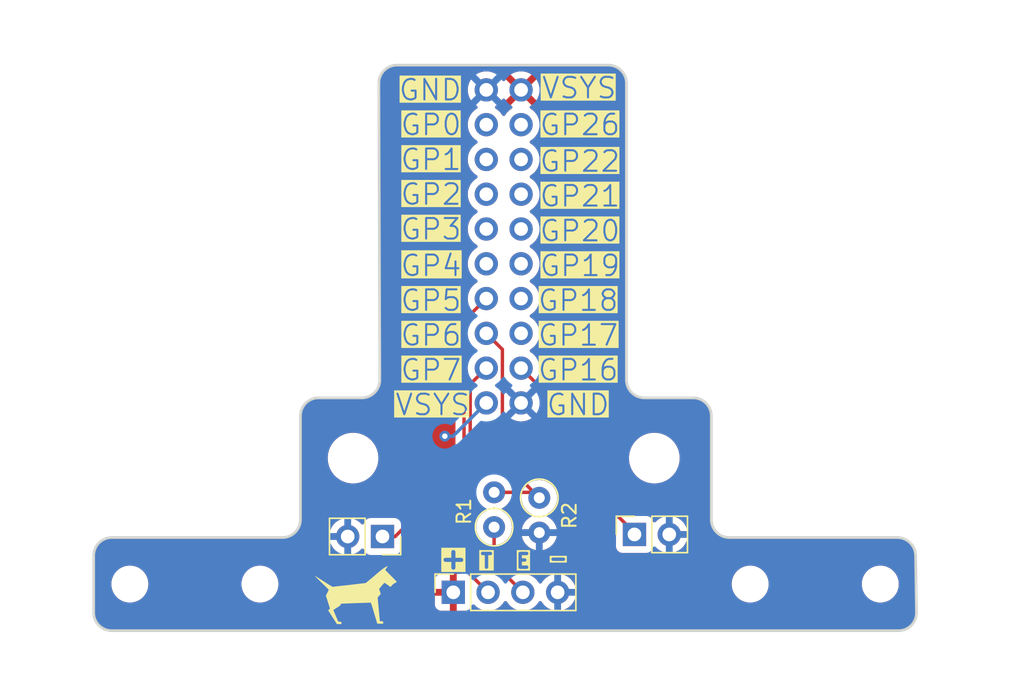
<source format=kicad_pcb>
(kicad_pcb (version 20240108) (generator "pcbnew") (generator_version "8.0")
  (layers (0 "F.Cu" signal) (31 "B.Cu" signal) (34 "B.Paste" user) (35 "F.Paste" user) (36 "B.SilkS" user "B.Silkscreen") (37 "F.SilkS" user "F.Silkscreen") (38 "B.Mask" user) (39 "F.Mask" user) (44 "Edge.Cuts" user))
  (net 0 "")
  (net 1 "/gp7")
  (net 2 "Net-(J1-Pin_3)")
  (net 3 "/gp21")
  (net 4 "/gp1")
  (net 5 "/gp4")
  (net 6 "/gp6")
  (net 7 "/gp16")
  (net 8 "/gp5")
  (net 9 "/gp22")
  (net 10 "/gp19")
  (net 11 "/gp3")
  (net 12 "/gp17")
  (net 13 "/gp20")
  (net 14 "/gp0")
  (net 15 "/gp2")
  (net 16 "/gp18")
  (net 17 "GND")
  (net 18 "VSS")
  (net 19 "/gp26")
  (footprint "CDOG:stoRPer_breakout" (layer "F.Cu") (at 210.962 124.0375)
    (property "Reference" "J12" (hide yes))
    (property "Value" "Conn_02x10_Counter_Clockwise")
    (fp_text user "GP0" (at -7.62 -5.461 0) (layer "F.SilkS" knockout) (effects (font (size 1.5 1.5)) (justify left bottom)))
    (fp_text user "GP1" (at -7.62 -2.921 0) (layer "F.SilkS" knockout) (effects (font (size 1.5 1.5)) (justify left bottom)))
    (fp_text user "GP3" (at -7.62 2.159 0) (layer "F.SilkS" knockout) (effects (font (size 1.5 1.5)) (justify left bottom)))
    (fp_text user "GP18" (at 2.413 7.366 0) (layer "F.SilkS" knockout) (effects (font (size 1.5 1.5)) (justify left bottom)))
    (fp_text user "GP20" (at 2.54 2.286 0) (layer "F.SilkS" knockout) (effects (font (size 1.5 1.5)) (justify left bottom)))
    (fp_text user "VSYS" (at 2.7 -8.15 0) (layer "F.SilkS" knockout) (effects (font (size 1.5 1.5)) (justify left bottom)))
    (fp_text user "GP4" (at -7.62 4.826 0) (layer "F.SilkS" knockout) (effects (font (size 1.5 1.5)) (justify left bottom)))
    (fp_text user "GP26" (at 2.54 -5.461 0) (layer "F.SilkS" knockout) (effects (font (size 1.5 1.5)) (justify left bottom)))
    (fp_text user "GP19" (at 2.54 4.826 0) (layer "F.SilkS" knockout) (effects (font (size 1.5 1.5)) (justify left bottom)))
    (fp_text user "GP5" (at -7.62 7.366 0) (layer "F.SilkS" knockout) (effects (font (size 1.5 1.5)) (justify left bottom)))
    (fp_text user "GP16" (at 2.413 12.446 0) (layer "F.SilkS" knockout) (effects (font (size 1.5 1.5)) (justify left bottom)))
    (fp_text user "GP21" (at 2.54 -0.254 0) (layer "F.SilkS" knockout) (effects (font (size 1.5 1.5)) (justify left bottom)))
    (fp_text user "GND" (at -7.747 -8.001 0) (layer "F.SilkS" knockout) (effects (font (size 1.5 1.5)) (justify left bottom)))
    (fp_text user "GND" (at 3.048 14.986 0) (layer "F.SilkS" knockout) (effects (font (size 1.5 1.5)) (justify left bottom)))
    (fp_text user "VSYS" (at -8 14.986 0) (layer "F.SilkS" knockout) (effects (font (size 1.5 1.5)) (justify left bottom)))
    (fp_text user "GP17" (at 2.413 9.906 0) (layer "F.SilkS" knockout) (effects (font (size 1.5 1.5)) (justify left bottom)))
    (fp_text user "GP7" (at -7.62 12.446 0) (layer "F.SilkS" knockout) (effects (font (size 1.5 1.5)) (justify left bottom)))
    (fp_text user "GP2" (at -7.62 -0.381 0) (layer "F.SilkS" knockout) (effects (font (size 1.5 1.5)) (justify left bottom)))
    (fp_text user "GP6" (at -7.62 9.906 0) (layer "F.SilkS" knockout) (effects (font (size 1.5 1.5)) (justify left bottom)))
    (fp_text user "GP22" (at 2.54 -2.794 0) (layer "F.SilkS" knockout) (effects (font (size 1.5 1.5)) (justify left bottom)))
    (pad "1" thru_hole circle (at -1.27 -8.89) (size 1.7 1.7) (drill 1) (layers "*.Cu" "*.Mask") (net 17 "GND"))
    (pad "2" thru_hole circle (at -1.27 -6.35) (size 1.7 1.7) (drill 1) (layers "*.Cu" "*.Mask") (net 14 "/gp0"))
    (pad "3" thru_hole circle (at -1.27 -3.81) (size 1.7 1.7) (drill 1) (layers "*.Cu" "*.Mask") (net 4 "/gp1"))
    (pad "4" thru_hole circle (at -1.27 -1.27) (size 1.7 1.7) (drill 1) (layers "*.Cu" "*.Mask") (net 15 "/gp2"))
    (pad "5" thru_hole circle (at -1.27 1.27) (size 1.7 1.7) (drill 1) (layers "*.Cu" "*.Mask") (net 11 "/gp3"))
    (pad "6" thru_hole circle (at -1.27 3.81) (size 1.7 1.7) (drill 1) (layers "*.Cu" "*.Mask") (net 5 "/gp4"))
    (pad "7" thru_hole circle (at -1.27 6.35) (size 1.7 1.7) (drill 1) (layers "*.Cu" "*.Mask") (net 8 "/gp5"))
    (pad "8" thru_hole circle (at -1.27 8.89) (size 1.7 1.7) (drill 1) (layers "*.Cu" "*.Mask") (net 6 "/gp6"))
    (pad "9" thru_hole circle (at -1.27 11.43) (size 1.7 1.7) (drill 1) (layers "*.Cu" "*.Mask") (net 1 "/gp7"))
    (pad "10" thru_hole circle (at -1.27 13.97) (size 1.7 1.7) (drill 1) (layers "*.Cu" "*.Mask") (net 18 "VSS"))
    (pad "11" thru_hole circle (at 1.27 13.97) (size 1.7 1.7) (drill 1) (layers "*.Cu" "*.Mask") (net 17 "GND"))
    (pad "12" thru_hole circle (at 1.27 11.43) (size 1.7 1.7) (drill 1) (layers "*.Cu" "*.Mask") (net 7 "/gp16"))
    (pad "13" thru_hole circle (at 1.27 8.89) (size 1.7 1.7) (drill 1) (layers "*.Cu" "*.Mask") (net 12 "/gp17"))
    (pad "14" thru_hole circle (at 1.27 6.35) (size 1.7 1.7) (drill 1) (layers "*.Cu" "*.Mask") (net 16 "/gp18"))
    (pad "15" thru_hole circle (at 1.27 3.81) (size 1.7 1.7) (drill 1) (layers "*.Cu" "*.Mask") (net 10 "/gp19"))
    (pad "16" thru_hole circle (at 1.27 1.27) (size 1.7 1.7) (drill 1) (layers "*.Cu" "*.Mask") (net 13 "/gp20"))
    (pad "17" thru_hole circle (at 1.27 -1.27) (size 1.7 1.7) (drill 1) (layers "*.Cu" "*.Mask") (net 3 "/gp21"))
    (pad "18" thru_hole circle (at 1.27 -3.81) (size 1.7 1.7) (drill 1) (layers "*.Cu" "*.Mask") (net 9 "/gp22"))
    (pad "19" thru_hole circle (at 1.27 -6.35) (size 1.7 1.7) (drill 1) (layers "*.Cu" "*.Mask") (net 19 "/gp26"))
    (pad "20" thru_hole circle (at 1.27 -8.89) (size 1.7 1.7) (drill 1) (layers "*.Cu" "*.Mask") (net 18 "VSS"))
  )
  (footprint "Connector_PinSocket_2.54mm:PinSocket_1x02_P2.54mm_Vertical" (layer "F.Cu") (at 220.512 147.6125 90)
    (property "Reference" "J3" (hide yes))
    (property "Value" "Conn_01x02_Pin")
    (fp_line (start 1.33 -1.33) (end 1.33 0) (stroke (width 0.12)) (layer "F.SilkS"))
    (fp_line (start 0 -1.33) (end 1.33 -1.33) (stroke (width 0.12)) (layer "F.SilkS"))
    (fp_line (start 1.33 1.27) (end 1.33 3.87) (stroke (width 0.12)) (layer "F.SilkS"))
    (fp_line (start -1.33 1.27) (end 1.33 1.27) (stroke (width 0.12)) (layer "F.SilkS"))
    (fp_line (start -1.33 1.27) (end -1.33 3.87) (stroke (width 0.12)) (layer "F.SilkS"))
    (fp_line (start -1.33 3.87) (end 1.33 3.87) (stroke (width 0.12)) (layer "F.SilkS"))
    (pad "1" thru_hole rect (at 0 0 90) (size 1.7 1.7) (drill 1) (layers "*.Cu" "*.Mask") (net 7 "/gp16"))
    (pad "2" thru_hole oval (at 0 2.54 90) (size 1.7 1.7) (drill 1) (layers "*.Cu" "*.Mask") (net 17 "GND"))
  )
  (footprint "Resistor_THT:R_Axial_DIN0207_L6.3mm_D2.5mm_P2.54mm_Vertical" (layer "F.Cu") (at 213.562 144.9375 -90)
    (property "Reference" "R2" (at 1.3 -2.2 90) (layer "F.SilkS"))
    (property "Value" "R")
    (fp_line (start 1.37 0) (end 1.44 0) (stroke (width 0.12)) (layer "F.SilkS"))
    (fp_circle (center 0 0) (end 1.37 0) (stroke (width 0.12)) (fill none) (layer "F.SilkS"))
    (pad "1" thru_hole circle (at 0 0 270) (size 1.6 1.6) (drill 0.8) (layers "*.Cu" "*.Mask") (net 6 "/gp6"))
    (pad "2" thru_hole oval (at 2.54 0 270) (size 1.6 1.6) (drill 0.8) (layers "*.Cu" "*.Mask") (net 17 "GND"))
  )
  (footprint "Resistor_THT:R_Axial_DIN0207_L6.3mm_D2.5mm_P2.54mm_Vertical" (layer "F.Cu") (at 210.262 147.0775 90)
    (property "Reference" "R1" (at 1.14 -2.2 -90) (layer "F.SilkS"))
    (property "Value" "R")
    (fp_line (start 1.37 0) (end 1.44 0) (stroke (width 0.12)) (layer "F.SilkS"))
    (fp_circle (center 0 0) (end 1.37 0) (stroke (width 0.12)) (fill none) (layer "F.SilkS"))
    (pad "1" thru_hole circle (at 0 0 90) (size 1.6 1.6) (drill 0.8) (layers "*.Cu" "*.Mask") (net 2 "Net-(J1-Pin_3)"))
    (pad "2" thru_hole oval (at 2.54 0 90) (size 1.6 1.6) (drill 0.8) (layers "*.Cu" "*.Mask") (net 6 "/gp6"))
  )
  (footprint "MountingHole:MountingHole_2.2mm_M2" (layer "F.Cu") (at 193.162 151.2375)
    (property "Reference" "REF**" (hide yes))
    (property "Value" "MountingHole_2.2mm_M2")
    (pad "" np_thru_hole circle (at 0 0) (size 2.2 2.2) (drill 2.2) (layers "*.Cu" "*.Mask"))
  )
  (footprint "Connector_PinSocket_2.54mm:PinSocket_1x04_P2.54mm_Vertical" (layer "F.Cu") (at 207.282 151.8375 90)
    (property "Reference" "J1" (hide yes))
    (property "Value" "HRS04")
    (fp_line (start 1.33 -1.33) (end 1.33 0) (stroke (width 0.12)) (layer "F.SilkS"))
    (fp_line (start 0 -1.33) (end 1.33 -1.33) (stroke (width 0.12)) (layer "F.SilkS"))
    (fp_line (start 1.33 1.27) (end 1.33 8.95) (stroke (width 0.12)) (layer "F.SilkS"))
    (fp_line (start -1.33 1.27) (end 1.33 1.27) (stroke (width 0.12)) (layer "F.SilkS"))
    (fp_line (start -1.33 1.27) (end -1.33 8.95) (stroke (width 0.12)) (layer "F.SilkS"))
    (fp_line (start -1.33 8.95) (end 1.33 8.95) (stroke (width 0.12)) (layer "F.SilkS"))
    (pad "1" thru_hole rect (at 0 0 90) (size 1.7 1.7) (drill 1) (layers "*.Cu" "*.Mask") (net 18 "VSS"))
    (pad "2" thru_hole oval (at 0 2.54 90) (size 1.7 1.7) (drill 1) (layers "*.Cu" "*.Mask") (net 1 "/gp7"))
    (pad "3" thru_hole oval (at 0 5.08 90) (size 1.7 1.7) (drill 1) (layers "*.Cu" "*.Mask") (net 2 "Net-(J1-Pin_3)"))
    (pad "4" thru_hole oval (at 0 7.62 90) (size 1.7 1.7) (drill 1) (layers "*.Cu" "*.Mask") (net 17 "GND"))
  )
  (footprint "MountingHole:MountingHole_2.2mm_M2" (layer "F.Cu") (at 228.962 151.2375)
    (property "Reference" "REF**" (hide yes))
    (property "Value" "MountingHole_2.2mm_M2")
    (pad "" np_thru_hole circle (at 0 0) (size 2.2 2.2) (drill 2.2) (layers "F&B.Cu" "*.Mask"))
  )
  (footprint "MountingHole:MountingHole_3.2mm_M3" (layer "F.Cu") (at 221.962 142.0375)
    (property "Reference" "REF**" (hide yes))
    (property "Value" "MountingHole_3.2mm_M3")
    (pad "" np_thru_hole circle (at 0 0) (size 3.2 3.2) (drill 3.2) (layers "*.Cu" "*.Mask"))
  )
  (footprint "Connector_PinSocket_2.54mm:PinSocket_1x02_P2.54mm_Vertical" (layer "F.Cu") (at 202.112 147.7625 -90)
    (property "Reference" "J2" (hide yes))
    (property "Value" "Conn_01x02_Pin")
    (fp_line (start -1.33 3.87) (end 1.33 3.87) (stroke (width 0.12)) (layer "F.SilkS"))
    (fp_line (start -1.33 1.27) (end -1.33 3.87) (stroke (width 0.12)) (layer "F.SilkS"))
    (fp_line (start -1.33 1.27) (end 1.33 1.27) (stroke (width 0.12)) (layer "F.SilkS"))
    (fp_line (start 1.33 1.27) (end 1.33 3.87) (stroke (width 0.12)) (layer "F.SilkS"))
    (fp_line (start 0 -1.33) (end 1.33 -1.33) (stroke (width 0.12)) (layer "F.SilkS"))
    (fp_line (start 1.33 -1.33) (end 1.33 0) (stroke (width 0.12)) (layer "F.SilkS"))
    (pad "1" thru_hole rect (at 0 0 270) (size 1.7 1.7) (drill 1) (layers "*.Cu" "*.Mask") (net 8 "/gp5"))
    (pad "2" thru_hole oval (at 0 2.54 270) (size 1.7 1.7) (drill 1) (layers "*.Cu" "*.Mask") (net 17 "GND"))
  )
  (footprint "MountingHole:MountingHole_2.2mm_M2" (layer "F.Cu") (at 238.462 151.2375)
    (property "Reference" "REF**" (hide yes))
    (property "Value" "MountingHole_2.2mm_M2")
    (pad "" np_thru_hole circle (at 0 0) (size 2.2 2.2) (drill 2.2) (layers "F&B.Cu" "*.Mask"))
  )
  (footprint "MountingHole:MountingHole_2.2mm_M2" (layer "F.Cu") (at 183.662 151.2375)
    (property "Reference" "REF**" (hide yes))
    (property "Value" "MountingHole_2.2mm_M2")
    (pad "" np_thru_hole circle (at 0 0) (size 2.2 2.2) (drill 2.2) (layers "*.Cu" "*.Mask"))
  )
  (footprint "MountingHole:MountingHole_3.2mm_M3" (layer "F.Cu") (at 199.962 142.0375)
    (property "Reference" "REF**" (hide yes))
    (property "Value" "MountingHole_3.2mm_M3")
    (pad "" np_thru_hole circle (at 0 0) (size 3.2 3.2) (drill 3.2) (layers "*.Cu" "*.Mask"))
  )
  (gr_poly (pts (xy 202.490089 149.91616) (xy 202.490472 149.91707) (xy 202.4906 149.918317) (xy 202.490479 149.919892) (xy 202.490112 149.921786) (xy 202.489507 149.92399) (xy 202.487598 149.929293) (xy 202.484795 149.935733) (xy 202.481139 149.943239) (xy 202.476672 149.951741) (xy 202.471435 149.96117) (xy 202.465471 149.971454) (xy 202.458821 149.982524) (xy 202.451526 149.994311) (xy 202.44363 150.006743) (xy 202.435172 150.019752) (xy 202.426196 150.033267) (xy 202.416743 150.047218) (xy 202.406855 150.061535) (xy 202.308951 150.201914) (xy 202.735911 150.63328) (xy 202.901605 150.801679) (xy 203.037149 150.941367) (xy 203.128562 151.03779) (xy 203.153351 151.065231) (xy 203.161864 151.0764) (xy 203.161686 151.077113) (xy 203.161158 151.077998) (xy 203.16029 151.079051) (xy 203.15909 151.080266) (xy 203.15573 151.08316) (xy 203.15115 151.08664) (xy 203.145422 151.090664) (xy 203.138617 151.09519) (xy 203.130806 151.100177) (xy 203.122062 151.105583) (xy 203.102059 151.117484) (xy 203.079178 151.130561) (xy 203.053994 151.14448) (xy 203.027078 151.158908) (xy 203.008551 151.168864) (xy 202.991026 151.178638) (xy 202.97441 151.188302) (xy 202.958611 151.197929) (xy 202.943533 151.207593) (xy 202.929084 151.217366) (xy 202.915171 151.227322) (xy 202.901699 151.237533) (xy 202.888576 151.248072) (xy 202.875708 151.259013) (xy 202.863 151.270428) (xy 202.850361 151.28239) (xy 202.837696 151.294973) (xy 202.824913 151.30825) (xy 202.811916 151.322292) (xy 202.798614 151.337175) (xy 202.779414 151.358776) (xy 202.761155 151.378919) (xy 202.744262 151.397162) (xy 202.729158 151.413066) (xy 202.716267 151.426189) (xy 202.706015 151.436089) (xy 202.698824 151.442326) (xy 202.69651 151.443933) (xy 202.69512 151.444459) (xy 202.693141 151.44367) (xy 202.689087 151.441354) (xy 202.675201 151.432458) (xy 202.654357 151.418397) (xy 202.627452 151.399798) (xy 202.59538 151.377289) (xy 202.559037 151.351496) (xy 202.477121 151.292568) (xy 202.434762 151.262215) (xy 202.394579 151.234091) (xy 202.357498 151.208797) (xy 202.324446 151.186936) (xy 202.296351 151.169112) (xy 202.27414 151.155927) (xy 202.258741 151.147983) (xy 202.253885 151.146165) (xy 202.25108 151.145884) (xy 202.248415 151.147761) (xy 202.243946 151.151761) (xy 202.237775 151.157777) (xy 202.230006 151.165698) (xy 202.210087 151.186826) (xy 202.185017 151.214275) (xy 202.155625 151.247177) (xy 202.122738 151.284662) (xy 202.087185 151.325861) (xy 202.049794 151.369906) (xy 201.865379 151.588965) (xy 201.925335 151.770303) (xy 201.985278 151.951653) (xy 201.871495 152.08535) (xy 201.757694 152.219112) (xy 201.832494 153.028945) (xy 201.887512 153.616275) (xy 201.914766 153.89117) (xy 201.922262 153.943634) (xy 202.026434 153.947868) (xy 202.04851 153.948834) (xy 202.068265 153.950211) (xy 202.085807 153.952096) (xy 202.101241 153.954586) (xy 202.108201 153.956089) (xy 202.114675 153.957779) (xy 202.120675 153.959669) (xy 202.126215 153.96177) (xy 202.131308 153.964096) (xy 202.135968 153.966659) (xy 202.140208 153.969469) (xy 202.144041 153.972541) (xy 202.14748 153.975885) (xy 202.150539 153.979514) (xy 202.153232 153.98344) (xy 202.155571 153.987675) (xy 202.157569 153.992231) (xy 202.159241 153.997121) (xy 202.1606 154.002357) (xy 202.161658 154.00795) (xy 202.16243 154.013914) (xy 202.162928 154.020259) (xy 202.163157 154.034145) (xy 202.162452 154.049704) (xy 202.16092 154.067035) (xy 202.153554 154.136262) (xy 201.940607 154.129963) (xy 201.727653 154.123664) (xy 201.502776 153.363473) (xy 201.414012 153.067794) (xy 201.338566 152.824669) (xy 201.284419 152.659259) (xy 201.267826 152.61356) (xy 201.259551 152.596726) (xy 200.94506 152.603294) (xy 200.258728 152.625198) (xy 199.54518 152.650731) (xy 199.149043 152.668186) (xy 199.1211 152.670536) (xy 199.109725 152.671732) (xy 199.099907 152.673064) (xy 199.091519 152.67462) (xy 199.084429 152.676492) (xy 199.081331 152.677574) (xy 199.078509 152.678769) (xy 199.075947 152.680087) (xy 199.073629 152.681541) (xy 199.071539 152.683141) (xy 199.069661 152.684899) (xy 199.067978 152.686825) (xy 199.066473 152.688932) (xy 199.065132 152.691231) (xy 199.063938 152.693732) (xy 199.062875 152.696447) (xy 199.061926 152.699387) (xy 199.060306 152.705989) (xy 199.05895 152.713627) (xy 199.056512 152.732374) (xy 199.055159 152.742141) (xy 199.054315 152.746734) (xy 199.053305 152.75118) (xy 199.052088 152.755513) (xy 199.050622 152.759767) (xy 199.048869 152.763977) (xy 199.046785 152.768177) (xy 199.044332 152.772402) (xy 199.041467 152.776685) (xy 199.03815 152.781062) (xy 199.03434 152.785568) (xy 199.029996 152.790235) (xy 199.025078 152.795099) (xy 199.019545 152.800195) (xy 199.013355 152.805555) (xy 199.006468 152.811217) (xy 198.998843 152.817212) (xy 198.99044 152.823576) (xy 198.981217 152.830344) (xy 198.971133 152.83755) (xy 198.960148 152.845227) (xy 198.935311 152.862137) (xy 198.906379 152.881348) (xy 198.873026 152.903137) (xy 198.791745 152.955549) (xy 198.607552 153.074392) (xy 198.54995 153.111977) (xy 198.526931 153.12748) (xy 198.527155 153.130435) (xy 198.529222 153.137566) (xy 198.538528 153.163499) (xy 198.554128 153.20355) (xy 198.575304 153.255994) (xy 198.631506 153.391149) (xy 198.701381 153.555148) (xy 198.882696 153.976471) (xy 198.964291 153.982772) (xy 199.014936 153.987105) (xy 199.035554 153.989295) (xy 199.053298 153.991678) (xy 199.068366 153.994388) (xy 199.080955 153.997557) (xy 199.086381 153.999356) (xy 199.091262 154.00132) (xy 199.095621 154.003466) (xy 199.099483 154.005809) (xy 199.102874 154.008368) (xy 199.105817 154.011159) (xy 199.108338 154.014197) (xy 199.11046 154.017501) (xy 199.11221 154.021086) (xy 199.11361 154.02497) (xy 199.114686 154.029169) (xy 199.115463 154.033699) (xy 199.116217 154.043821) (xy 199.116068 154.055469) (xy 199.115215 154.068778) (xy 199.113854 154.083879) (xy 199.106526 154.159406) (xy 198.946456 154.159406) (xy 198.786386 154.159218) (xy 198.464 153.655728) (xy 198.464113 153.655049) (xy 198.141728 153.151561) (xy 198.209057 153.088549) (xy 198.276391 153.025494) (xy 198.126879 152.551799) (xy 197.977368 152.078052) (xy 198.08213 151.869988) (xy 198.122838 151.788229) (xy 198.156231 151.719406) (xy 198.178861 151.670753) (xy 198.185061 151.656251) (xy 198.187277 151.649504) (xy 198.184617 151.645662) (xy 198.176726 151.636811) (xy 198.146317 151.605141) (xy 198.098186 151.556612) (xy 198.034472 151.493339) (xy 197.868838 151.331025) (xy 197.666513 151.135127) (xy 197.465486 150.939824) (xy 197.303381 150.779153) (xy 197.196748 150.669747) (xy 197.169405 150.639465) (xy 197.163132 150.631339) (xy 197.162136 150.628236) (xy 197.163813 150.628385) (xy 197.167091 150.629595) (xy 197.178281 150.635091) (xy 197.21805 150.657645) (xy 197.278806 150.694208) (xy 197.357912 150.743088) (xy 197.56062 150.871037) (xy 197.805076 151.027966) (xy 198.050997 151.185189) (xy 198.257691 151.314086) (xy 198.403454 151.401347) (xy 198.446703 151.425205) (xy 198.459732 151.431463) (xy 198.46658 151.433662) (xy 199.659963 151.3011) (xy 200.878307 151.15911) (xy 200.884774 151.155723) (xy 200.897082 151.147289) (xy 200.937941 151.116322) (xy 200.998319 151.068291) (xy 201.075654 151.00528) (xy 201.167384 150.929371) (xy 201.270944 150.842647) (xy 201.383772 150.74719) (xy 201.503305 150.645084) (xy 201.805925 150.387454) (xy 201.92058 150.292025) (xy 202.016042 150.214685) (xy 202.096243 150.152307) (xy 202.165115 150.101765) (xy 202.226591 150.059933) (xy 202.284602 150.023686) (xy 202.322999 150.000983) (xy 202.359423 149.98002) (xy 202.393034 149.961239) (xy 202.422989 149.945084) (xy 202.448449 149.931998) (xy 202.468573 149.922426) (xy 202.482519 149.91681) (xy 202.486912 149.915625) (xy 202.489446 149.915595)) (stroke (width -0.000001)) (fill solid) (layer "F.SilkS"))
  (gr_poly (pts (xy 218.664412 113.341265) (xy 218.729566 113.346112) (xy 218.794167 113.354137) (xy 218.858106 113.365293) (xy 218.921274 113.379537) (xy 218.983563 113.396822) (xy 219.044865 113.417105) (xy 219.105071 113.44034) (xy 219.164072 113.466482) (xy 219.221761 113.495487) (xy 219.278029 113.527309) (xy 219.332767 113.561904) (xy 219.385867 113.599227) (xy 219.437221 113.639232) (xy 219.48672 113.681876) (xy 219.534256 113.727112) (xy 219.579492 113.774648) (xy 219.622136 113.824147) (xy 219.662142 113.8755) (xy 219.699464 113.928601) (xy 219.734059 113.983339) (xy 219.765882 114.039607) (xy 219.794886 114.097295) (xy 219.821029 114.156297) (xy 219.844263 114.216503) (xy 219.864546 114.277805) (xy 219.881831 114.340094) (xy 219.896074 114.403262) (xy 219.90723 114.467201) (xy 219.915254 114.531801) (xy 219.920101 114.596956) (xy 219.921726 114.662556) (xy 219.921722 136.316719) (xy 219.923348 136.382319) (xy 219.928196 136.447473) (xy 219.93622 136.512074) (xy 219.947377 136.576013) (xy 219.96162 136.639181) (xy 219.978906 136.701471) (xy 219.999188 136.762773) (xy 220.022423 136.822979) (xy 220.048566 136.881981) (xy 220.07757 136.93967) (xy 220.109393 136.995938) (xy 220.143988 137.050676) (xy 220.181311 137.103776) (xy 220.221316 137.15513) (xy 220.26396 137.204629) (xy 220.309196 137.252164) (xy 220.356732 137.297401) (xy 220.406231 137.340044) (xy 220.457585 137.380049) (xy 220.510686 137.417372) (xy 220.565424 137.451967) (xy 220.621692 137.483789) (xy 220.679381 137.512794) (xy 220.738382 137.538936) (xy 220.798588 137.562171) (xy 220.85989 137.582454) (xy 220.92218 137.599739) (xy 220.985348 137.613982) (xy 221.049287 137.625139) (xy 221.113888 137.633163) (xy 221.179044 137.638011) (xy 221.244644 137.639637) (xy 224.798809 137.639637) (xy 224.864409 137.641262) (xy 224.929563 137.64611) (xy 224.994164 137.654134) (xy 225.058103 137.665291) (xy 225.121271 137.679534) (xy 225.18356 137.69682) (xy 225.244862 137.717102) (xy 225.305068 137.740337) (xy 225.364069 137.76648) (xy 225.421758 137.795484) (xy 225.478026 137.827306) (xy 225.532764 137.861901) (xy 225.585864 137.899224) (xy 225.637218 137.939229) (xy 225.686717 137.981873) (xy 225.734253 138.027109) (xy 225.779489 138.074644) (xy 225.822133 138.124143) (xy 225.862139 138.175497) (xy 225.899461 138.228597) (xy 225.934056 138.283336) (xy 225.965879 138.339603) (xy 225.994883 138.397292) (xy 226.021026 138.456294) (xy 226.04426 138.5165) (xy 226.064543 138.577802) (xy 226.081828 138.640091) (xy 226.096071 138.703259) (xy 226.107227 138.767198) (xy 226.115251 138.831799) (xy 226.120098 138.896953) (xy 226.121723 138.962553) (xy 226.121719 146.514577) (xy 226.123345 146.580177) (xy 226.128193 146.645332) (xy 226.136217 146.709933) (xy 226.147373 146.773871) (xy 226.161616 146.837039) (xy 226.178901 146.899329) (xy 226.199184 146.96063) (xy 226.222418 147.020836) (xy 226.24856 147.079838) (xy 226.277565 147.137526) (xy 226.309387 147.193794) (xy 226.343982 147.248532) (xy 226.381304 147.301633) (xy 226.42131 147.352986) (xy 226.463953 147.402486) (xy 226.50919 147.450021) (xy 226.556725 147.495258) (xy 226.606224 147.537902) (xy 226.657578 147.577907) (xy 226.710679 147.61523) (xy 226.765417 147.649826) (xy 226.821685 147.681649) (xy 226.879374 147.710654) (xy 226.938375 147.736797) (xy 226.998581 147.760032) (xy 227.059883 147.780315) (xy 227.122173 147.797601) (xy 227.185341 147.811844) (xy 227.24928 147.823001) (xy 227.313882 147.831026) (xy 227.379037 147.835873) (xy 227.444637 147.837499) (xy 239.698814 147.837499) (xy 239.767191 147.839212) (xy 239.834689 147.844294) (xy 239.901226 147.852666) (xy 239.966718 147.864245) (xy 240.031084 147.87895) (xy 240.09424 147.896701) (xy 240.156104 147.917414) (xy 240.216593 147.94101) (xy 240.275625 147.967406) (xy 240.333118 147.996521) (xy 240.388987 148.028274) (xy 240.443152 148.062584) (xy 240.49553 148.099368) (xy 240.546037 148.138547) (xy 240.594591 148.180037) (xy 240.641109 148.223758) (xy 240.68551 148.269629) (xy 240.72771 148.317568) (xy 240.767627 148.367493) (xy 240.805178 148.419324) (xy 240.84028 148.472978) (xy 240.872851 148.528375) (xy 240.902809 148.585433) (xy 240.930071 148.644071) (xy 240.954553 148.704207) (xy 240.976174 148.765759) (xy 240.994851 148.828648) (xy 241.010501 148.89279) (xy 241.023042 148.958105) (xy 241.032391 149.024511) (xy 241.038466 149.091927) (xy 241.041183 149.160272) (xy 241.102272 153.314722) (xy 241.101599 153.379998) (xy 241.097685 153.444871) (xy 241.090573 153.509229) (xy 241.080309 153.572963) (xy 241.066936 153.635962) (xy 241.050498 153.698116) (xy 241.031041 153.759314) (xy 241.008608 153.819446) (xy 240.983244 153.878401) (xy 240.954992 153.93607) (xy 240.923898 153.992341) (xy 240.890006 154.047105) (xy 240.85336 154.100251) (xy 240.814004 154.151668) (xy 240.771983 154.201247) (xy 240.727341 154.248876) (xy 240.680372 154.294214) (xy 240.631417 154.336959) (xy 240.580584 154.377066) (xy 240.527983 154.414489) (xy 240.473724 154.449182) (xy 240.417916 154.481099) (xy 240.36067 154.510195) (xy 240.302094 154.536422) (xy 240.242299 154.559736) (xy 240.181395 154.580091) (xy 240.11949 154.59744) (xy 240.056695 154.611738) (xy 239.993119 154.622939) (xy 239.928873 154.630997) (xy 239.864065 154.635865) (xy 239.798805 154.637498) (xy 182.344647 154.637502) (xy 182.279048 154.635876) (xy 182.213893 154.631029) (xy 182.149293 154.623004) (xy 182.085354 154.611848) (xy 182.022186 154.597605) (xy 181.959897 154.580319) (xy 181.898595 154.560036) (xy 181.838389 154.536801) (xy 181.779387 154.510659) (xy 181.721698 154.481654) (xy 181.66543 154.449832) (xy 181.610692 154.415237) (xy 181.557592 154.377914) (xy 181.506238 154.337908) (xy 181.456739 154.295265) (xy 181.409203 154.250028) (xy 181.363967 154.202492) (xy 181.321324 154.152993) (xy 181.281319 154.101639) (xy 181.243996 154.048539) (xy 181.209401 153.993801) (xy 181.177579 153.937533) (xy 181.148574 153.879844) (xy 181.122431 153.820842) (xy 181.099196 153.760636) (xy 181.078913 153.699334) (xy 181.061628 153.637045) (xy 181.047384 153.573877) (xy 181.036228 153.509937) (xy 181.028203 153.445336) (xy 181.023355 153.380181) (xy 181.021729 153.314581) (xy 181.021728 149.16041) (xy 181.023354 149.09481) (xy 181.028202 149.029655) (xy 181.036226 148.965054) (xy 181.047383 148.901116) (xy 181.061626 148.837948) (xy 181.078912 148.775659) (xy 181.099195 148.714357) (xy 181.12243 148.654151) (xy 181.148572 148.59515) (xy 181.177577 148.537461) (xy 181.209399 148.481193) (xy 181.243994 148.426455) (xy 181.281317 148.373354) (xy 181.321322 148.322001) (xy 181.363965 148.272501) (xy 181.409202 148.224966) (xy 181.456737 148.179729) (xy 181.506236 148.137086) (xy 181.55759 148.09708) (xy 181.61069 148.059757) (xy 181.665429 148.025162) (xy 181.721697 147.99334) (xy 181.779386 147.964335) (xy 181.838388 147.938193) (xy 181.898594 147.914958) (xy 181.959896 147.894676) (xy 182.022185 147.877391) (xy 182.085354 147.863147) (xy 182.149292 147.851992) (xy 182.213893 147.843968) (xy 182.279048 147.839121) (xy 182.344647 147.837495) (xy 194.798815 147.837499) (xy 194.864415 147.835873) (xy 194.929569 147.831026) (xy 194.99417 147.823001) (xy 195.058109 147.811845) (xy 195.121278 147.797602) (xy 195.183567 147.780316) (xy 195.244869 147.760033) (xy 195.305075 147.736798) (xy 195.364077 147.710656) (xy 195.421766 147.681651) (xy 195.478034 147.649829) (xy 195.532772 147.615234) (xy 195.585872 147.577911) (xy 195.637226 147.537905) (xy 195.686725 147.495262) (xy 195.73426 147.450025) (xy 195.779497 147.402489) (xy 195.82214 147.35299) (xy 195.862145 147.301636) (xy 195.899468 147.248536) (xy 195.934063 147.193798) (xy 195.965885 147.13753) (xy 195.99489 147.079841) (xy 196.021032 147.020839) (xy 196.044267 146.960633) (xy 196.06455 146.899331) (xy 196.081835 146.837042) (xy 196.096078 146.773874) (xy 196.107235 146.709934) (xy 196.115259 146.645333) (xy 196.120107 146.580178) (xy 196.121733 146.514577) (xy 196.121735 138.962555) (xy 196.12336 138.896955) (xy 196.128208 138.8318) (xy 196.136232 138.767199) (xy 196.147389 138.70326) (xy 196.161632 138.640092) (xy 196.178918 138.577802) (xy 196.1992 138.516501) (xy 196.222435 138.456294) (xy 196.248577 138.397293) (xy 196.277582 138.339604) (xy 196.309404 138.283336) (xy 196.343999 138.228597) (xy 196.381322 138.175497) (xy 196.421327 138.124143) (xy 196.463971 138.074644) (xy 196.509207 138.027109) (xy 196.556742 137.981873) (xy 196.606241 137.939229) (xy 196.657595 137.899224) (xy 196.710695 137.861901) (xy 196.765433 137.827306) (xy 196.821701 137.795484) (xy 196.87939 137.76648) (xy 196.938391 137.740337) (xy 196.998597 137.717102) (xy 197.059899 137.69682) (xy 197.122188 137.679534) (xy 197.185356 137.665291) (xy 197.249295 137.654134) (xy 197.313896 137.64611) (xy 197.379051 137.641262) (xy 197.444651 137.639637) (xy 200.598822 137.639637) (xy 200.664346 137.638009) (xy 200.729425 137.633157) (xy 200.793948 137.625125) (xy 200.857806 137.613959) (xy 200.920892 137.599704) (xy 200.983097 137.582404) (xy 201.044311 137.562105) (xy 201.104426 137.538853) (xy 201.163334 137.512691) (xy 201.220925 137.483666) (xy 201.277092 137.451822) (xy 201.331724 137.417205) (xy 201.384715 137.37986) (xy 201.435954 137.339831) (xy 201.485333 137.297165) (xy 201.532743 137.251905) (xy 201.577849 137.204348) (xy 201.620355 137.15483) (xy 201.660217 137.103461) (xy 201.69739 137.05035) (xy 201.731829 136.995605) (xy 201.76349 136.939335) (xy 201.792328 136.88165) (xy 201.818298 136.822657) (xy 201.841355 136.762466) (xy 201.861455 136.701186) (xy 201.878552 136.638926) (xy 201.892602 136.575793) (xy 201.90356 136.511899) (xy 201.911382 136.44735) (xy 201.916022 136.382256) (xy 201.917437 136.316726) (xy 201.847002 114.662549) (xy 201.848416 114.597019) (xy 201.853056 114.531925) (xy 201.860878 114.467377) (xy 201.871837 114.403482) (xy 201.885887 114.34035) (xy 201.902984 114.278089) (xy 201.923084 114.216809) (xy 201.946141 114.156619) (xy 201.972111 114.097626) (xy 202.000948 114.03994) (xy 202.032609 113.983671) (xy 202.067049 113.928926) (xy 202.104222 113.875815) (xy 202.144084 113.824446) (xy 202.18659 113.774929) (xy 202.231695 113.727371) (xy 202.279106 113.682112) (xy 202.328485 113.639445) (xy 202.379724 113.599417) (xy 202.432714 113.562071) (xy 202.487347 113.527454) (xy 202.543513 113.49561) (xy 202.601105 113.466585) (xy 202.660013 113.440424) (xy 202.720128 113.417171) (xy 202.781343 113.396872) (xy 202.843548 113.379572) (xy 202.906634 113.365316) (xy 202.970493 113.35415) (xy 203.035016 113.346119) (xy 203.100095 113.341266) (xy 203.165621 113.339639) (xy 218.598812 113.339639)) (stroke (width 0.199999)) (fill none) (layer "Edge.Cuts"))
  (gr_text "-" (at 214.162 149.9375 0) (layer "F.SilkS" knockout) (effects (font (size 1 1) (thickness 0.25) (bold yes)) (justify left bottom)))
  (gr_text "E" (at 211.762 150.1375 0) (layer "F.SilkS" knockout) (effects (font (size 1 1) (thickness 0.25) (bold yes)) (justify left bottom)))
  (gr_text "+" (at 206.162 150.2375 0) (layer "F.SilkS" knockout) (effects (font (size 1.5 1.5) (thickness 0.3) (bold yes)) (justify left bottom)))
  (gr_text "T" (at 209.162 150.1375 0) (layer "F.SilkS" knockout) (effects (font (size 1 1) (thickness 0.25) (bold yes)) (justify left bottom)))
  (segment (start 208.517 136.6425) (end 208.517 150.5325) (width 0.25) (layer "F.Cu") (net 1))
  (segment (start 209.692 135.4675) (end 208.517 136.6425) (width 0.25) (layer "F.Cu") (net 1))
  (segment (start 208.517 150.5325) (end 209.822 151.8375) (width 0.25) (layer "F.Cu") (net 1))
  (segment (start 210.262 149.7375) (end 212.362 151.8375) (width 0.25) (layer "F.Cu") (net 2))
  (segment (start 212.362 151.6775) (end 212.362 151.8375) (width 0.25) (layer "F.Cu") (net 2))
  (segment (start 210.262 147.0775) (end 210.262 149.7375) (width 0.25) (layer "F.Cu") (net 2))
  (segment (start 213.962 144.5375) (end 213.562 144.9375) (width 0.25) (layer "F.Cu") (net 6))
  (segment (start 210.867 134.1025) (end 209.692 132.9275) (width 0.25) (layer "F.Cu") (net 6))
  (segment (start 213.562 144.9375) (end 210.867 142.2425) (width 0.25) (layer "F.Cu") (net 6))
  (segment (start 210.867 142.2425) (end 210.867 134.1025) (width 0.25) (layer "F.Cu") (net 6))
  (segment (start 213.162 144.5375) (end 213.562 144.9375) (width 0.25) (layer "F.Cu") (net 6))
  (segment (start 210.262 144.5375) (end 213.162 144.5375) (width 0.25) (layer "F.Cu") (net 6))
  (segment (start 220.512 147.6125) (end 220.512 147.4875) (width 0.25) (layer "F.Cu") (net 7))
  (segment (start 214.162 141.1375) (end 214.162 137.3975) (width 0.25) (layer "F.Cu") (net 7))
  (segment (start 214.162 137.3975) (end 212.232 135.4675) (width 0.25) (layer "F.Cu") (net 7))
  (segment (start 220.512 147.4875) (end 214.162 141.1375) (width 0.25) (layer "F.Cu") (net 7))
  (segment (start 209.692 130.3875) (end 208.067 132.0125) (width 0.25) (layer "F.Cu") (net 8))
  (segment (start 208.067 142.7325) (end 203.037 147.7625) (width 0.25) (layer "F.Cu") (net 8))
  (segment (start 203.037 147.7625) (end 202.112 147.7625) (width 0.25) (layer "F.Cu") (net 8))
  (segment (start 208.067 132.0125) (end 208.067 142.7325) (width 0.25) (layer "F.Cu") (net 8))
  (via (at 206.662 140.4375) (size 0.8) (drill 0.4) (layers "F.Cu" "B.Cu") (net 18))
  (segment (start 207.262 140.4375) (end 206.662 140.4375) (width 0.25) (layer "B.Cu") (net 18))
  (segment (start 209.692 138.0075) (end 207.262 140.4375) (width 0.25) (layer "B.Cu") (net 18))
  (zone (net 18) (net_name "VSS") (layer "F.Cu") (connect_pads (clearance 0.5)) (min_thickness 0.25) (fill yes (thermal_gap 0.5) (thermal_bridge_width 0.5))
    (polygon (pts (xy 248.662 111.5375) (xy 176.062 111.3375) (xy 175.462 158.6375) (xy 248.962 158.4375)))
  )
  (zone (net 17) (net_name "GND") (layer "B.Cu") (priority 1) (connect_pads (clearance 0.5)) (min_thickness 0.25) (fill yes (thermal_gap 0.5) (thermal_bridge_width 0.5))
    (polygon (pts (xy 248.462 111.8375) (xy 175.862 111.1375) (xy 174.962 158.3375) (xy 248.262 158.4375)))
  )
)
</source>
